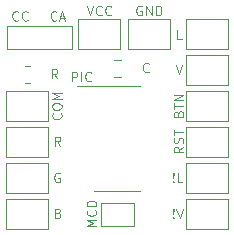
<source format=gbr>
%TF.GenerationSoftware,KiCad,Pcbnew,6.0.6-3a73a75311~116~ubuntu20.04.1*%
%TF.CreationDate,2022-07-03T10:43:36+02:00*%
%TF.ProjectId,MD_Mod,4d445f4d-6f64-42e6-9b69-6361645f7063,rev?*%
%TF.SameCoordinates,Original*%
%TF.FileFunction,Legend,Top*%
%TF.FilePolarity,Positive*%
%FSLAX46Y46*%
G04 Gerber Fmt 4.6, Leading zero omitted, Abs format (unit mm)*
G04 Created by KiCad (PCBNEW 6.0.6-3a73a75311~116~ubuntu20.04.1) date 2022-07-03 10:43:36*
%MOMM*%
%LPD*%
G01*
G04 APERTURE LIST*
%ADD10C,0.100000*%
%ADD11C,0.120000*%
G04 APERTURE END LIST*
D10*
X152888904Y-106610096D02*
X152507952Y-106876762D01*
X152888904Y-107067239D02*
X152088904Y-107067239D01*
X152088904Y-106762477D01*
X152127000Y-106686286D01*
X152165095Y-106648191D01*
X152241285Y-106610096D01*
X152355571Y-106610096D01*
X152431761Y-106648191D01*
X152469857Y-106686286D01*
X152507952Y-106762477D01*
X152507952Y-107067239D01*
X152850809Y-106305334D02*
X152888904Y-106191048D01*
X152888904Y-106000572D01*
X152850809Y-105924381D01*
X152812714Y-105886286D01*
X152736523Y-105848191D01*
X152660333Y-105848191D01*
X152584142Y-105886286D01*
X152546047Y-105924381D01*
X152507952Y-106000572D01*
X152469857Y-106152953D01*
X152431761Y-106229143D01*
X152393666Y-106267239D01*
X152317476Y-106305334D01*
X152241285Y-106305334D01*
X152165095Y-106267239D01*
X152127000Y-106229143D01*
X152088904Y-106152953D01*
X152088904Y-105962477D01*
X152127000Y-105848191D01*
X152088904Y-105619620D02*
X152088904Y-105162477D01*
X152888904Y-105391048D02*
X152088904Y-105391048D01*
X152057142Y-112553714D02*
X152095238Y-112591809D01*
X152057142Y-112629904D01*
X152019047Y-112591809D01*
X152057142Y-112553714D01*
X152057142Y-112629904D01*
X152057142Y-112325142D02*
X152019047Y-111868000D01*
X152057142Y-111829904D01*
X152095238Y-111868000D01*
X152057142Y-112325142D01*
X152057142Y-111829904D01*
X152323809Y-111829904D02*
X152590476Y-112629904D01*
X152857142Y-111829904D01*
X149377476Y-94723000D02*
X149301285Y-94684904D01*
X149187000Y-94684904D01*
X149072714Y-94723000D01*
X148996523Y-94799190D01*
X148958428Y-94875380D01*
X148920333Y-95027761D01*
X148920333Y-95142047D01*
X148958428Y-95294428D01*
X148996523Y-95370619D01*
X149072714Y-95446809D01*
X149187000Y-95484904D01*
X149263190Y-95484904D01*
X149377476Y-95446809D01*
X149415571Y-95408714D01*
X149415571Y-95142047D01*
X149263190Y-95142047D01*
X149758428Y-95484904D02*
X149758428Y-94684904D01*
X150215571Y-95484904D01*
X150215571Y-94684904D01*
X150596523Y-95484904D02*
X150596523Y-94684904D01*
X150787000Y-94684904D01*
X150901285Y-94723000D01*
X150977476Y-94799190D01*
X151015571Y-94875380D01*
X151053666Y-95027761D01*
X151053666Y-95142047D01*
X151015571Y-95294428D01*
X150977476Y-95370619D01*
X150901285Y-95446809D01*
X150787000Y-95484904D01*
X150596523Y-95484904D01*
X144729333Y-94684904D02*
X144996000Y-95484904D01*
X145262666Y-94684904D01*
X145986476Y-95408714D02*
X145948380Y-95446809D01*
X145834095Y-95484904D01*
X145757904Y-95484904D01*
X145643619Y-95446809D01*
X145567428Y-95370619D01*
X145529333Y-95294428D01*
X145491238Y-95142047D01*
X145491238Y-95027761D01*
X145529333Y-94875380D01*
X145567428Y-94799190D01*
X145643619Y-94723000D01*
X145757904Y-94684904D01*
X145834095Y-94684904D01*
X145948380Y-94723000D01*
X145986476Y-94761095D01*
X146786476Y-95408714D02*
X146748380Y-95446809D01*
X146634095Y-95484904D01*
X146557904Y-95484904D01*
X146443619Y-95446809D01*
X146367428Y-95370619D01*
X146329333Y-95294428D01*
X146291238Y-95142047D01*
X146291238Y-95027761D01*
X146329333Y-94875380D01*
X146367428Y-94799190D01*
X146443619Y-94723000D01*
X146557904Y-94684904D01*
X146634095Y-94684904D01*
X146748380Y-94723000D01*
X146786476Y-94761095D01*
X152469857Y-103790667D02*
X152507952Y-103676381D01*
X152546047Y-103638286D01*
X152622238Y-103600191D01*
X152736523Y-103600191D01*
X152812714Y-103638286D01*
X152850809Y-103676381D01*
X152888904Y-103752572D01*
X152888904Y-104057334D01*
X152088904Y-104057334D01*
X152088904Y-103790667D01*
X152127000Y-103714477D01*
X152165095Y-103676381D01*
X152241285Y-103638286D01*
X152317476Y-103638286D01*
X152393666Y-103676381D01*
X152431761Y-103714477D01*
X152469857Y-103790667D01*
X152469857Y-104057334D01*
X152088904Y-103371620D02*
X152088904Y-102914477D01*
X152888904Y-103143048D02*
X152088904Y-103143048D01*
X152888904Y-102647810D02*
X152088904Y-102647810D01*
X152888904Y-102190667D01*
X152088904Y-102190667D01*
X142170161Y-95840514D02*
X142132066Y-95878609D01*
X142017780Y-95916704D01*
X141941590Y-95916704D01*
X141827304Y-95878609D01*
X141751114Y-95802419D01*
X141713019Y-95726228D01*
X141674923Y-95573847D01*
X141674923Y-95459561D01*
X141713019Y-95307180D01*
X141751114Y-95230990D01*
X141827304Y-95154800D01*
X141941590Y-95116704D01*
X142017780Y-95116704D01*
X142132066Y-95154800D01*
X142170161Y-95192895D01*
X142474923Y-95688133D02*
X142855876Y-95688133D01*
X142398733Y-95916704D02*
X142665400Y-95116704D01*
X142932066Y-95916704D01*
X138938019Y-95840514D02*
X138899923Y-95878609D01*
X138785638Y-95916704D01*
X138709447Y-95916704D01*
X138595161Y-95878609D01*
X138518971Y-95802419D01*
X138480876Y-95726228D01*
X138442780Y-95573847D01*
X138442780Y-95459561D01*
X138480876Y-95307180D01*
X138518971Y-95230990D01*
X138595161Y-95154800D01*
X138709447Y-95116704D01*
X138785638Y-95116704D01*
X138899923Y-95154800D01*
X138938019Y-95192895D01*
X139738019Y-95840514D02*
X139699923Y-95878609D01*
X139585638Y-95916704D01*
X139509447Y-95916704D01*
X139395161Y-95878609D01*
X139318971Y-95802419D01*
X139280876Y-95726228D01*
X139242780Y-95573847D01*
X139242780Y-95459561D01*
X139280876Y-95307180D01*
X139318971Y-95230990D01*
X139395161Y-95154800D01*
X139509447Y-95116704D01*
X139585638Y-95116704D01*
X139699923Y-95154800D01*
X139738019Y-95192895D01*
X152774619Y-97516904D02*
X152393666Y-97516904D01*
X152393666Y-96716904D01*
X149980619Y-100234714D02*
X149942523Y-100272809D01*
X149828238Y-100310904D01*
X149752047Y-100310904D01*
X149637761Y-100272809D01*
X149561571Y-100196619D01*
X149523476Y-100120428D01*
X149485380Y-99968047D01*
X149485380Y-99853761D01*
X149523476Y-99701380D01*
X149561571Y-99625190D01*
X149637761Y-99549000D01*
X149752047Y-99510904D01*
X149828238Y-99510904D01*
X149942523Y-99549000D01*
X149980619Y-99587095D01*
X142449523Y-108820000D02*
X142373333Y-108781904D01*
X142259047Y-108781904D01*
X142144761Y-108820000D01*
X142068571Y-108896190D01*
X142030476Y-108972380D01*
X141992380Y-109124761D01*
X141992380Y-109239047D01*
X142030476Y-109391428D01*
X142068571Y-109467619D01*
X142144761Y-109543809D01*
X142259047Y-109581904D01*
X142335238Y-109581904D01*
X142449523Y-109543809D01*
X142487619Y-109505714D01*
X142487619Y-109239047D01*
X142335238Y-109239047D01*
X152260333Y-99637904D02*
X152527000Y-100437904D01*
X152793666Y-99637904D01*
X142525714Y-103752571D02*
X142563809Y-103790666D01*
X142601904Y-103904952D01*
X142601904Y-103981142D01*
X142563809Y-104095428D01*
X142487619Y-104171619D01*
X142411428Y-104209714D01*
X142259047Y-104247809D01*
X142144761Y-104247809D01*
X141992380Y-104209714D01*
X141916190Y-104171619D01*
X141840000Y-104095428D01*
X141801904Y-103981142D01*
X141801904Y-103904952D01*
X141840000Y-103790666D01*
X141878095Y-103752571D01*
X141801904Y-103257333D02*
X141801904Y-103104952D01*
X141840000Y-103028761D01*
X141916190Y-102952571D01*
X142068571Y-102914476D01*
X142335238Y-102914476D01*
X142487619Y-102952571D01*
X142563809Y-103028761D01*
X142601904Y-103104952D01*
X142601904Y-103257333D01*
X142563809Y-103333523D01*
X142487619Y-103409714D01*
X142335238Y-103447809D01*
X142068571Y-103447809D01*
X141916190Y-103409714D01*
X141840000Y-103333523D01*
X141801904Y-103257333D01*
X142601904Y-102571619D02*
X141801904Y-102571619D01*
X142373333Y-102304952D01*
X141801904Y-102038285D01*
X142601904Y-102038285D01*
X143472000Y-101072904D02*
X143472000Y-100272904D01*
X143776761Y-100272904D01*
X143852952Y-100311000D01*
X143891047Y-100349095D01*
X143929142Y-100425285D01*
X143929142Y-100539571D01*
X143891047Y-100615761D01*
X143852952Y-100653857D01*
X143776761Y-100691952D01*
X143472000Y-100691952D01*
X144272000Y-101072904D02*
X144272000Y-100272904D01*
X145110095Y-100996714D02*
X145072000Y-101034809D01*
X144957714Y-101072904D01*
X144881523Y-101072904D01*
X144767238Y-101034809D01*
X144691047Y-100958619D01*
X144652952Y-100882428D01*
X144614857Y-100730047D01*
X144614857Y-100615761D01*
X144652952Y-100463380D01*
X144691047Y-100387190D01*
X144767238Y-100311000D01*
X144881523Y-100272904D01*
X144957714Y-100272904D01*
X145072000Y-100311000D01*
X145110095Y-100349095D01*
X142297142Y-112210857D02*
X142411428Y-112248952D01*
X142449523Y-112287047D01*
X142487619Y-112363238D01*
X142487619Y-112477523D01*
X142449523Y-112553714D01*
X142411428Y-112591809D01*
X142335238Y-112629904D01*
X142030476Y-112629904D01*
X142030476Y-111829904D01*
X142297142Y-111829904D01*
X142373333Y-111868000D01*
X142411428Y-111906095D01*
X142449523Y-111982285D01*
X142449523Y-112058476D01*
X142411428Y-112134666D01*
X142373333Y-112172761D01*
X142297142Y-112210857D01*
X142030476Y-112210857D01*
X142233619Y-100818904D02*
X141966952Y-100437952D01*
X141776476Y-100818904D02*
X141776476Y-100018904D01*
X142081238Y-100018904D01*
X142157428Y-100057000D01*
X142195523Y-100095095D01*
X142233619Y-100171285D01*
X142233619Y-100285571D01*
X142195523Y-100361761D01*
X142157428Y-100399857D01*
X142081238Y-100437952D01*
X141776476Y-100437952D01*
X152076190Y-109505714D02*
X152114285Y-109543809D01*
X152076190Y-109581904D01*
X152038095Y-109543809D01*
X152076190Y-109505714D01*
X152076190Y-109581904D01*
X152076190Y-109277142D02*
X152038095Y-108820000D01*
X152076190Y-108781904D01*
X152114285Y-108820000D01*
X152076190Y-109277142D01*
X152076190Y-108781904D01*
X152838095Y-109581904D02*
X152457142Y-109581904D01*
X152457142Y-108781904D01*
X145522904Y-113334666D02*
X144722904Y-113334666D01*
X145294333Y-113068000D01*
X144722904Y-112801333D01*
X145522904Y-112801333D01*
X145446714Y-111963238D02*
X145484809Y-112001333D01*
X145522904Y-112115619D01*
X145522904Y-112191809D01*
X145484809Y-112306095D01*
X145408619Y-112382285D01*
X145332428Y-112420380D01*
X145180047Y-112458476D01*
X145065761Y-112458476D01*
X144913380Y-112420380D01*
X144837190Y-112382285D01*
X144761000Y-112306095D01*
X144722904Y-112191809D01*
X144722904Y-112115619D01*
X144761000Y-112001333D01*
X144799095Y-111963238D01*
X145522904Y-111620380D02*
X144722904Y-111620380D01*
X144722904Y-111429904D01*
X144761000Y-111315619D01*
X144837190Y-111239428D01*
X144913380Y-111201333D01*
X145065761Y-111163238D01*
X145180047Y-111163238D01*
X145332428Y-111201333D01*
X145408619Y-111239428D01*
X145484809Y-111315619D01*
X145522904Y-111429904D01*
X145522904Y-111620380D01*
X142487619Y-106533904D02*
X142220952Y-106152952D01*
X142030476Y-106533904D02*
X142030476Y-105733904D01*
X142335238Y-105733904D01*
X142411428Y-105772000D01*
X142449523Y-105810095D01*
X142487619Y-105886285D01*
X142487619Y-106000571D01*
X142449523Y-106076761D01*
X142411428Y-106114857D01*
X142335238Y-106152952D01*
X142030476Y-106152952D01*
D11*
%TO.C,J11*%
X153162000Y-113538000D02*
X153162000Y-110998000D01*
X156718000Y-113538000D02*
X153162000Y-113538000D01*
X156718000Y-110998000D02*
X156718000Y-113538000D01*
X153162000Y-110998000D02*
X156718000Y-110998000D01*
%TO.C,J10*%
X153162000Y-110490000D02*
X153162000Y-107950000D01*
X153162000Y-107950000D02*
X156718000Y-107950000D01*
X156718000Y-110490000D02*
X153162000Y-110490000D01*
X156718000Y-107950000D02*
X156718000Y-110490000D01*
%TO.C,J12*%
X137922000Y-104394000D02*
X137922000Y-101854000D01*
X137922000Y-101854000D02*
X141478000Y-101854000D01*
X141478000Y-104394000D02*
X137922000Y-104394000D01*
X141478000Y-101854000D02*
X141478000Y-104394000D01*
%TO.C,J1*%
X147574000Y-95758000D02*
X147574000Y-98298000D01*
X144018000Y-95758000D02*
X147574000Y-95758000D01*
X147574000Y-98298000D02*
X144018000Y-98298000D01*
X144018000Y-98298000D02*
X144018000Y-95758000D01*
%TO.C,J5*%
X141478000Y-104902000D02*
X141478000Y-107442000D01*
X141478000Y-107442000D02*
X137922000Y-107442000D01*
X137922000Y-104902000D02*
X141478000Y-104902000D01*
X137922000Y-107442000D02*
X137922000Y-104902000D01*
%TO.C,JP2*%
X143466000Y-96383600D02*
X143466000Y-98333600D01*
X143466000Y-98333600D02*
X137966000Y-98333600D01*
X137966000Y-98333600D02*
X137966000Y-96383600D01*
X137966000Y-96383600D02*
X143466000Y-96383600D01*
%TO.C,J7*%
X156718000Y-104902000D02*
X156718000Y-107442000D01*
X153162000Y-104902000D02*
X156718000Y-104902000D01*
X156718000Y-107442000D02*
X153162000Y-107442000D01*
X153162000Y-107442000D02*
X153162000Y-104902000D01*
%TO.C,R1*%
X139472936Y-99722000D02*
X139927064Y-99722000D01*
X139472936Y-101192000D02*
X139927064Y-101192000D01*
%TO.C,JP1*%
X148720000Y-113323000D02*
X145920000Y-113323000D01*
X148720000Y-111323000D02*
X148720000Y-113323000D01*
X145920000Y-111323000D02*
X148720000Y-111323000D01*
X145920000Y-113323000D02*
X145920000Y-111323000D01*
%TO.C,J2*%
X148209000Y-98298000D02*
X148209000Y-95758000D01*
X151765000Y-95758000D02*
X151765000Y-98298000D01*
X151765000Y-98298000D02*
X148209000Y-98298000D01*
X148209000Y-95758000D02*
X151765000Y-95758000D01*
%TO.C,U1*%
X147320000Y-101483000D02*
X143870000Y-101483000D01*
X147320000Y-110353000D02*
X149270000Y-110353000D01*
X147320000Y-110353000D02*
X145370000Y-110353000D01*
X147320000Y-101483000D02*
X149270000Y-101483000D01*
%TO.C,J8*%
X156718000Y-98298000D02*
X153162000Y-98298000D01*
X156718000Y-95758000D02*
X156718000Y-98298000D01*
X153162000Y-98298000D02*
X153162000Y-95758000D01*
X153162000Y-95758000D02*
X156718000Y-95758000D01*
%TO.C,J4*%
X137922000Y-107950000D02*
X141478000Y-107950000D01*
X137922000Y-110490000D02*
X137922000Y-107950000D01*
X141478000Y-110490000D02*
X137922000Y-110490000D01*
X141478000Y-107950000D02*
X141478000Y-110490000D01*
%TO.C,J3*%
X137922000Y-113538000D02*
X137922000Y-110998000D01*
X137922000Y-110998000D02*
X141478000Y-110998000D01*
X141478000Y-110998000D02*
X141478000Y-113538000D01*
X141478000Y-113538000D02*
X137922000Y-113538000D01*
%TO.C,J9*%
X156718000Y-101346000D02*
X153162000Y-101346000D01*
X156718000Y-98806000D02*
X156718000Y-101346000D01*
X153162000Y-98806000D02*
X156718000Y-98806000D01*
X153162000Y-101346000D02*
X153162000Y-98806000D01*
%TO.C,J6*%
X156718000Y-104394000D02*
X153162000Y-104394000D01*
X153162000Y-101854000D02*
X156718000Y-101854000D01*
X153162000Y-104394000D02*
X153162000Y-101854000D01*
X156718000Y-101854000D02*
X156718000Y-104394000D01*
%TO.C,C1*%
X147069498Y-100684000D02*
X147592002Y-100684000D01*
X147069498Y-99214000D02*
X147592002Y-99214000D01*
%TD*%
M02*

</source>
